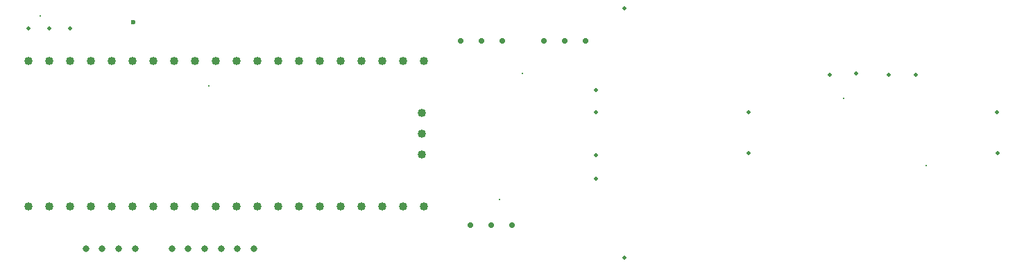
<source format=gbr>
%TF.GenerationSoftware,KiCad,Pcbnew,8.0.8*%
%TF.CreationDate,2025-04-25T20:14:17+03:00*%
%TF.ProjectId,gamma-spectrometer,67616d6d-612d-4737-9065-6374726f6d65,v0.0.4*%
%TF.SameCoordinates,Original*%
%TF.FileFunction,Plated,1,2,PTH,Drill*%
%TF.FilePolarity,Positive*%
%FSLAX46Y46*%
G04 Gerber Fmt 4.6, Leading zero omitted, Abs format (unit mm)*
G04 Created by KiCad (PCBNEW 8.0.8) date 2025-04-25 20:14:17*
%MOMM*%
%LPD*%
G01*
G04 APERTURE LIST*
%TA.AperFunction,ViaDrill*%
%ADD10C,0.300000*%
%TD*%
%TA.AperFunction,ViaDrill*%
%ADD11C,0.500000*%
%TD*%
%TA.AperFunction,ViaDrill*%
%ADD12C,0.600000*%
%TD*%
%TA.AperFunction,ComponentDrill*%
%ADD13C,0.710000*%
%TD*%
%TA.AperFunction,ComponentDrill*%
%ADD14C,0.800000*%
%TD*%
%TA.AperFunction,ComponentDrill*%
%ADD15C,1.020000*%
%TD*%
G04 APERTURE END LIST*
D10*
X90890000Y-69500000D03*
X111500000Y-78000000D03*
X147000000Y-91895000D03*
X149750000Y-76500000D03*
X189000000Y-79500000D03*
X199025000Y-87725000D03*
D11*
X89500000Y-71000000D03*
X92050000Y-71000000D03*
X94550000Y-71000000D03*
X158750000Y-78500000D03*
X158750000Y-81250000D03*
X158750000Y-86500000D03*
X158750000Y-89375000D03*
X162250000Y-68500000D03*
X162250000Y-99000000D03*
X177350000Y-81250000D03*
X177400000Y-86250000D03*
X187250000Y-76625000D03*
X190500000Y-76500000D03*
X194500000Y-76625000D03*
X197750000Y-76625000D03*
X207700000Y-81250000D03*
X207750000Y-86250000D03*
D12*
X102250000Y-70250000D03*
D13*
%TO.C,VR2*%
X142210000Y-72500000D03*
%TO.C,VR3*%
X143420000Y-95000000D03*
%TO.C,VR2*%
X144750000Y-72500000D03*
%TO.C,VR3*%
X145960000Y-95000000D03*
%TO.C,VR2*%
X147290000Y-72500000D03*
%TO.C,VR3*%
X148500000Y-95000000D03*
%TO.C,VR1*%
X152420000Y-72500000D03*
X154960000Y-72500000D03*
X157500000Y-72500000D03*
D14*
%TO.C,J1*%
X96500000Y-97950000D03*
X98500000Y-97950000D03*
X100500000Y-97950000D03*
X102500000Y-97950000D03*
%TO.C,J2*%
X107000000Y-97950000D03*
X109000000Y-97950000D03*
X111000000Y-97950000D03*
X113000000Y-97950000D03*
X115000000Y-97950000D03*
X117000000Y-97950000D03*
D15*
%TO.C,U1*%
X89500000Y-75000000D03*
X89500000Y-92780000D03*
X92040000Y-75000000D03*
X92040000Y-92780000D03*
X94580000Y-75000000D03*
X94580000Y-92780000D03*
X97120000Y-75000000D03*
X97120000Y-92780000D03*
X99660000Y-75000000D03*
X99660000Y-92780000D03*
X102200000Y-75000000D03*
X102200000Y-92780000D03*
X104740000Y-75000000D03*
X104740000Y-92780000D03*
X107280000Y-75000000D03*
X107280000Y-92780000D03*
X109820000Y-75000000D03*
X109820000Y-92780000D03*
X112360000Y-75000000D03*
X112360000Y-92780000D03*
X114900000Y-75000000D03*
X114900000Y-92780000D03*
X117440000Y-75000000D03*
X117440000Y-92780000D03*
X119980000Y-75000000D03*
X119980000Y-92780000D03*
X122520000Y-75000000D03*
X122520000Y-92780000D03*
X125060000Y-75000000D03*
X125060000Y-92780000D03*
X127600000Y-75000000D03*
X127600000Y-92780000D03*
X130140000Y-75000000D03*
X130140000Y-92780000D03*
X132680000Y-75000000D03*
X132680000Y-92780000D03*
X135220000Y-75000000D03*
X135220000Y-92780000D03*
X137530000Y-81350000D03*
X137530000Y-83890000D03*
X137530000Y-86430000D03*
X137760000Y-75000000D03*
X137760000Y-92780000D03*
M02*

</source>
